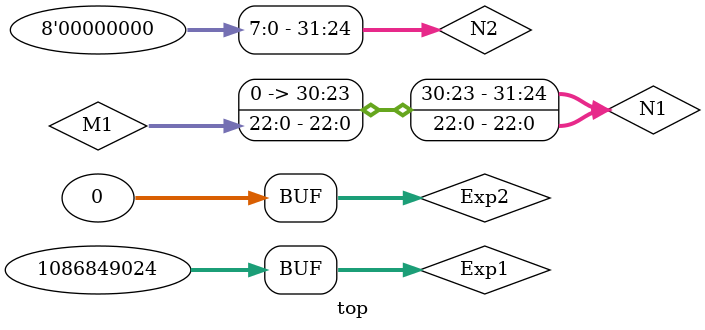
<source format=v>
`include "Tools/wallace.v"
`include "Tools/split.v"


module top;
    reg [31:0] Exp1,Exp2;   //imputs
    wire S1,S2,S3;          //Signs
    wire [7:0] E1,E2;       //Exponents
    wire [22:0] M1,M2;      //Mantissa

    reg [22:0]M3;       //Final Mantissa
    reg [7:0]E3;        //Final Exponent

    //SPLIT phase
    Split SP1(Exp1,S1,E1,M1);
    Split SP2(Exp2,S2,E2,M2);

    //MULTIPLICATION
    wire [31:0] N1,N2;   //TEMPORARY VAR
	wire [63:0] N3;
    wire [8:0] temp_E3;

    assign N1 = {{8'b0},|E1,M1};   //Reduction xor for handle zeroes
    assign N2 = {{8'b0},|E2,M2};   //and denormal numbers
   

    assign temp_E3=E1+E2-127;
    assign S3=S1^S2;
    
    
    wallace w(N2,N1,N3);

    //NORMALISING
	always@(*)	
	begin
		if(N3[47]==1)
		begin
            M3=N3[46:24];
            E3=temp_E3+1;
        end
        else
        begin
            M3=N3[45:23]; //rounding off phase
            E3=temp_E3;
        end
        if(temp_E3>=255) 
            E3=8'b11111111;
	end

    reg [31:0] Final_exp;

    //Checking various cases
    always@(*)
    begin
        if(((&E1 == 1'b1 && |M1 == 1'b0)&&(|E2 == 1'b0 && |M2 == 1'b0))||((&E2 == 1'b1 && |M2 == 1'b0)&&(|E1 == 1'b0 && |M1 == 1'b0)))   //NaN
            Final_exp={1'b0,8'b11111111,23'b01111100110011001100110};
        else if(&E1 == 1'b1 && |M1 == 1'b0)     //INFINITY
            Final_exp={1'b0,8'b11111111,23'b0};
        else if(&E2 == 1'b1 && |M2 == 1'b0)     //INFINITY
            Final_exp={1'b0,8'b11111111,23'b0};

        else if(|E1 == 1'b0 && |M1 == 1'b0)     //ZERO
            Final_exp={32'b0};
        else if(|E2 == 1'b0 && |M2 == 1'b0)     //ZERO
            Final_exp={32'b0};
        else                                    //NORMAL CASE
            Final_exp={S3,E3,M3};
    end

    //TESTBENCHING
    initial
    begin
        #0  Exp1={9'b010000000,{23{1'b0}}}; Exp2={9'b010000001,{23{1'b0}}};                         //2*4 = 8
        #10 Exp1=32'b01000010111110100100000000000000; Exp2=32'b01000001010000010000000000000000;   //125.125*12.0625
        #10 Exp1=32'b01000000110010000000000000000000; Exp2=32'b01000000101111100110011001100110;   //6.25*5.95
        #10 Exp1=32'b01111111100000000000000000000000; Exp2=32'b01110011100000000000000000000000;   //INFINTIY
        #10 Exp1=32'b01111111100000000000000000000000; Exp2=32'b00000000000000000000000000000000;   //INFINITY*0=NaN
        #10 Exp1=32'b01000000110010000000000000000000; Exp2=32'b00000000000000000000000000000000;   //Number * 0=0

    end
    initial
    begin
        $monitor($time, " Exp1: %b   Exp2: %b   Product: %b\n",Exp1,Exp2,Final_exp);
    end

endmodule
</source>
